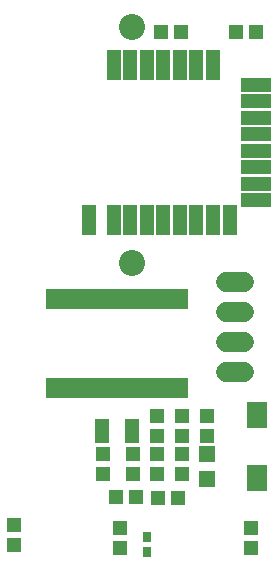
<source format=gbr>
G04 EAGLE Gerber RS-274X export*
G75*
%MOMM*%
%FSLAX34Y34*%
%LPD*%
%INSoldermask Top*%
%IPPOS*%
%AMOC8*
5,1,8,0,0,1.08239X$1,22.5*%
G01*
%ADD10R,1.203200X1.303200*%
%ADD11R,1.303200X1.203200*%
%ADD12R,0.703200X0.903200*%
%ADD13C,1.727200*%
%ADD14R,1.403200X1.403200*%
%ADD15R,1.203200X2.613200*%
%ADD16R,2.613200X1.203200*%
%ADD17R,1.203200X2.003200*%
%ADD18R,1.803200X2.203200*%
%ADD19R,0.503200X1.678200*%
%ADD20C,2.203200*%


D10*
X171000Y1570800D03*
X171000Y1553800D03*
X171000Y1538500D03*
X171000Y1521500D03*
D11*
X254500Y1895500D03*
X237500Y1895500D03*
D10*
X192200Y1570900D03*
X192200Y1553900D03*
X150100Y1538500D03*
X150100Y1521500D03*
X125100Y1538500D03*
X125100Y1521500D03*
D11*
X171600Y1501500D03*
X188600Y1501500D03*
D12*
X162300Y1455400D03*
X162300Y1468400D03*
D13*
X229280Y1684400D02*
X244520Y1684400D01*
X244520Y1659000D02*
X229280Y1659000D01*
X229280Y1633600D02*
X244520Y1633600D01*
X244520Y1608200D02*
X229280Y1608200D01*
D14*
X213500Y1517500D03*
X213500Y1538500D03*
D15*
X218200Y1867600D03*
X204200Y1867600D03*
X190200Y1867600D03*
X176200Y1867600D03*
X162200Y1867600D03*
X148200Y1867600D03*
X134200Y1867600D03*
X218200Y1736600D03*
X204200Y1736600D03*
X190200Y1736600D03*
X176200Y1736600D03*
X162200Y1736600D03*
X148200Y1736600D03*
X134200Y1736600D03*
X113200Y1736600D03*
D16*
X254400Y1837100D03*
X254400Y1823100D03*
X254400Y1809100D03*
X254400Y1795100D03*
X254400Y1781100D03*
X254400Y1767100D03*
X254400Y1753100D03*
X254400Y1851100D03*
D15*
X232200Y1736600D03*
D17*
X149610Y1557920D03*
X124610Y1557920D03*
D10*
X174400Y1895500D03*
X191400Y1895500D03*
D11*
X192200Y1521500D03*
X192200Y1538500D03*
X139700Y1459000D03*
X139700Y1476000D03*
D10*
X153400Y1502200D03*
X136400Y1502200D03*
D11*
X213500Y1570900D03*
X213500Y1553900D03*
D18*
X255600Y1517700D03*
X255600Y1571700D03*
D19*
X79600Y1593920D03*
X84600Y1593920D03*
X89600Y1593920D03*
X94600Y1593920D03*
X99600Y1593920D03*
X104600Y1593920D03*
X109600Y1593920D03*
X114600Y1593920D03*
X119600Y1593920D03*
X124600Y1593920D03*
X129600Y1593920D03*
X134600Y1593920D03*
X139600Y1593920D03*
X144600Y1593920D03*
X149600Y1593920D03*
X154600Y1593920D03*
X159600Y1593920D03*
X164600Y1593920D03*
X169600Y1593920D03*
X174600Y1593920D03*
X179600Y1593920D03*
X184600Y1593920D03*
X189600Y1593920D03*
X194600Y1593920D03*
X194600Y1669680D03*
X189600Y1669680D03*
X184600Y1669680D03*
X179600Y1669680D03*
X174600Y1669680D03*
X169600Y1669680D03*
X164600Y1669680D03*
X159600Y1669680D03*
X154600Y1669680D03*
X149600Y1669680D03*
X144600Y1669680D03*
X139600Y1669680D03*
X134600Y1669680D03*
X129600Y1669680D03*
X124600Y1669680D03*
X119600Y1669680D03*
X114600Y1669680D03*
X109600Y1669680D03*
X104600Y1669680D03*
X99600Y1669680D03*
X94600Y1669680D03*
X89600Y1669680D03*
X84600Y1669680D03*
X79600Y1669680D03*
D20*
X150000Y1900350D03*
X150000Y1700150D03*
D11*
X250000Y1459000D03*
X250000Y1476000D03*
X50000Y1478500D03*
X50000Y1461500D03*
M02*

</source>
